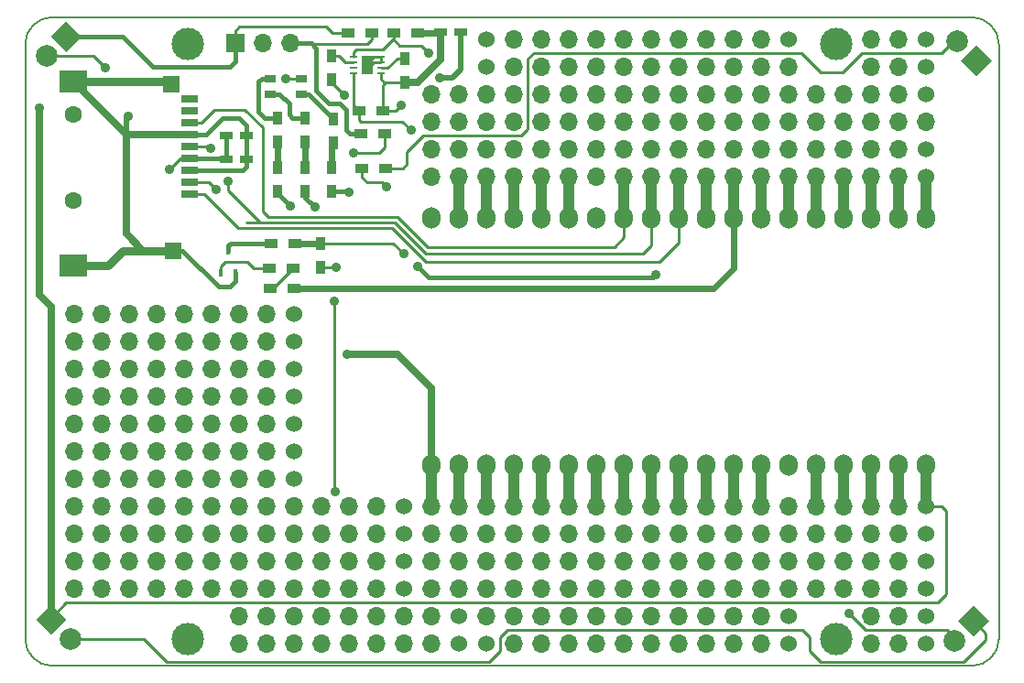
<source format=gbr>
G04 #@! TF.FileFunction,Copper,L1,Top,Signal*
%FSLAX46Y46*%
G04 Gerber Fmt 4.6, Leading zero omitted, Abs format (unit mm)*
G04 Created by KiCad (PCBNEW 4.0.4-stable) date 04/27/17 17:41:05*
%MOMM*%
%LPD*%
G01*
G04 APERTURE LIST*
%ADD10C,0.100000*%
%ADD11C,0.150000*%
%ADD12O,1.700000X2.000000*%
%ADD13C,1.524000*%
%ADD14O,1.700000X1.700000*%
%ADD15C,2.000000*%
%ADD16R,1.000000X0.800000*%
%ADD17R,1.200000X0.750000*%
%ADD18R,1.700000X1.700000*%
%ADD19R,0.900000X1.200000*%
%ADD20R,1.200000X0.900000*%
%ADD21R,1.500000X0.700000*%
%ADD22R,1.500000X1.500000*%
%ADD23R,2.500000X2.000000*%
%ADD24C,1.600000*%
%ADD25C,3.000000*%
%ADD26R,0.700000X0.250000*%
%ADD27R,1.000000X1.700000*%
%ADD28R,0.457200X0.711200*%
%ADD29C,0.889000*%
%ADD30C,0.910000*%
%ADD31C,0.400000*%
%ADD32C,0.254000*%
%ADD33C,0.700000*%
%ADD34C,0.600000*%
%ADD35C,1.000000*%
%ADD36C,0.500000*%
%ADD37C,0.800000*%
%ADD38C,0.250000*%
G04 APERTURE END LIST*
D10*
D11*
X45000000Y-52500000D02*
X45000000Y-107500000D01*
X132500000Y-50000000D02*
X47500000Y-50000000D01*
X135000000Y-107500000D02*
X135000000Y-52500000D01*
X47500000Y-110000000D02*
X132500000Y-110000000D01*
X45000000Y-107500000D02*
G75*
G03X47500000Y-110000000I2500000J0D01*
G01*
X132500000Y-110000000D02*
G75*
G03X135000000Y-107500000I0J2500000D01*
G01*
X135000000Y-52500000D02*
G75*
G03X132500000Y-50000000I-2500000J0D01*
G01*
X47500000Y-50000000D02*
G75*
G03X45000000Y-52500000I0J-2500000D01*
G01*
D12*
X128270000Y-68580000D03*
X125730000Y-68580000D03*
X123190000Y-68580000D03*
X120650000Y-68580000D03*
X118110000Y-68580000D03*
X115570000Y-68580000D03*
X113030000Y-68580000D03*
X110490000Y-68580000D03*
X107950000Y-68580000D03*
X105410000Y-68580000D03*
X102870000Y-68580000D03*
X100330000Y-68580000D03*
X97790000Y-68580000D03*
X95250000Y-68580000D03*
X92710000Y-68580000D03*
X90170000Y-68580000D03*
X87630000Y-68580000D03*
X85090000Y-68580000D03*
X82550000Y-68580000D03*
X82550000Y-91440000D03*
X85090000Y-91440000D03*
X87630000Y-91440000D03*
X90170000Y-91440000D03*
X92710000Y-91440000D03*
X95250000Y-91440000D03*
X97790000Y-91440000D03*
X100330000Y-91440000D03*
X102870000Y-91440000D03*
X105410000Y-91440000D03*
X107950000Y-91440000D03*
X110490000Y-91440000D03*
X113030000Y-91440000D03*
X115570000Y-91440000D03*
X118110000Y-91440000D03*
X120650000Y-91440000D03*
X123190000Y-91440000D03*
X125730000Y-91440000D03*
X128270000Y-91440000D03*
D13*
X87630000Y-52070000D03*
D14*
X90170000Y-52070000D03*
X92710000Y-52070000D03*
D13*
X87630000Y-54610000D03*
D14*
X90170000Y-54610000D03*
X92710000Y-54610000D03*
D13*
X87630000Y-107950000D03*
D14*
X90170000Y-107950000D03*
X92710000Y-107950000D03*
X87630000Y-105410000D03*
X90170000Y-105410000D03*
X92710000Y-105410000D03*
D15*
X49174400Y-107492800D03*
D10*
G36*
X48792563Y-105696749D02*
X47378349Y-107110963D01*
X45964135Y-105696749D01*
X47378349Y-104282535D01*
X48792563Y-105696749D01*
X48792563Y-105696749D01*
G37*
D15*
X130860800Y-107645200D03*
D10*
G36*
X132656851Y-107263363D02*
X131242637Y-105849149D01*
X132656851Y-104434935D01*
X134071065Y-105849149D01*
X132656851Y-107263363D01*
X132656851Y-107263363D01*
G37*
D15*
X131114800Y-52222400D03*
D10*
G36*
X131496637Y-54018451D02*
X132910851Y-52604237D01*
X134325065Y-54018451D01*
X132910851Y-55432665D01*
X131496637Y-54018451D01*
X131496637Y-54018451D01*
G37*
D15*
X46990000Y-53594000D03*
D10*
G36*
X48786051Y-53212163D02*
X47371837Y-51797949D01*
X48786051Y-50383735D01*
X50200265Y-51797949D01*
X48786051Y-53212163D01*
X48786051Y-53212163D01*
G37*
D16*
X70538000Y-55675500D03*
X67638000Y-55675500D03*
X70538000Y-57100500D03*
X67638000Y-57100500D03*
D13*
X85090000Y-107950000D03*
D14*
X82550000Y-107950000D03*
X80010000Y-107950000D03*
X77470000Y-107950000D03*
X74930000Y-107950000D03*
X72390000Y-107950000D03*
X69850000Y-107950000D03*
X67310000Y-107950000D03*
X64770000Y-107950000D03*
D13*
X85090000Y-105410000D03*
D14*
X82550000Y-105410000D03*
X80010000Y-105410000D03*
X77470000Y-105410000D03*
X74930000Y-105410000D03*
X72390000Y-105410000D03*
X69850000Y-105410000D03*
X67310000Y-105410000D03*
X64770000Y-105410000D03*
D13*
X80010000Y-102870000D03*
D14*
X77470000Y-102870000D03*
X74930000Y-102870000D03*
X72390000Y-102870000D03*
X69850000Y-102870000D03*
X67310000Y-102870000D03*
X64770000Y-102870000D03*
X62230000Y-102870000D03*
X59690000Y-102870000D03*
X57150000Y-102870000D03*
X54610000Y-102870000D03*
X52070000Y-102870000D03*
X49530000Y-102870000D03*
D13*
X80010000Y-100330000D03*
D14*
X77470000Y-100330000D03*
X74930000Y-100330000D03*
X72390000Y-100330000D03*
X69850000Y-100330000D03*
X67310000Y-100330000D03*
X64770000Y-100330000D03*
X62230000Y-100330000D03*
X59690000Y-100330000D03*
X57150000Y-100330000D03*
X54610000Y-100330000D03*
X52070000Y-100330000D03*
X49530000Y-100330000D03*
D13*
X80010000Y-97790000D03*
D14*
X77470000Y-97790000D03*
X74930000Y-97790000D03*
X72390000Y-97790000D03*
X69850000Y-97790000D03*
X67310000Y-97790000D03*
X64770000Y-97790000D03*
X62230000Y-97790000D03*
X59690000Y-97790000D03*
X57150000Y-97790000D03*
X54610000Y-97790000D03*
X52070000Y-97790000D03*
X49530000Y-97790000D03*
D13*
X80010000Y-95250000D03*
D14*
X77470000Y-95250000D03*
X74930000Y-95250000D03*
X72390000Y-95250000D03*
X69850000Y-95250000D03*
X67310000Y-95250000D03*
X64770000Y-95250000D03*
X62230000Y-95250000D03*
X59690000Y-95250000D03*
X57150000Y-95250000D03*
X54610000Y-95250000D03*
X52070000Y-95250000D03*
X49530000Y-95250000D03*
D13*
X69850000Y-92710000D03*
D14*
X67310000Y-92710000D03*
X64770000Y-92710000D03*
X62230000Y-92710000D03*
X59690000Y-92710000D03*
X57150000Y-92710000D03*
X54610000Y-92710000D03*
X52070000Y-92710000D03*
X49530000Y-92710000D03*
D13*
X69850000Y-90170000D03*
D14*
X67310000Y-90170000D03*
X64770000Y-90170000D03*
X62230000Y-90170000D03*
X59690000Y-90170000D03*
X57150000Y-90170000D03*
X54610000Y-90170000D03*
X52070000Y-90170000D03*
X49530000Y-90170000D03*
D13*
X69850000Y-87630000D03*
D14*
X67310000Y-87630000D03*
X64770000Y-87630000D03*
X62230000Y-87630000D03*
X59690000Y-87630000D03*
X57150000Y-87630000D03*
X54610000Y-87630000D03*
X52070000Y-87630000D03*
X49530000Y-87630000D03*
D13*
X69850000Y-85090000D03*
D14*
X67310000Y-85090000D03*
X64770000Y-85090000D03*
X62230000Y-85090000D03*
X59690000Y-85090000D03*
X57150000Y-85090000D03*
X54610000Y-85090000D03*
X52070000Y-85090000D03*
X49530000Y-85090000D03*
D13*
X69850000Y-82550000D03*
D14*
X67310000Y-82550000D03*
X64770000Y-82550000D03*
X62230000Y-82550000D03*
X59690000Y-82550000D03*
X57150000Y-82550000D03*
X54610000Y-82550000D03*
X52070000Y-82550000D03*
X49530000Y-82550000D03*
D13*
X69850000Y-80010000D03*
D14*
X67310000Y-80010000D03*
X64770000Y-80010000D03*
X62230000Y-80010000D03*
X59690000Y-80010000D03*
X57150000Y-80010000D03*
X54610000Y-80010000D03*
X52070000Y-80010000D03*
X49530000Y-80010000D03*
D13*
X69850000Y-77470000D03*
D14*
X67310000Y-77470000D03*
X64770000Y-77470000D03*
X62230000Y-77470000D03*
X59690000Y-77470000D03*
X57150000Y-77470000D03*
X54610000Y-77470000D03*
X52070000Y-77470000D03*
X49530000Y-77470000D03*
D13*
X128270000Y-107950000D03*
D14*
X125730000Y-107950000D03*
X123190000Y-107950000D03*
D13*
X128270000Y-105410000D03*
D14*
X125730000Y-105410000D03*
X123190000Y-105410000D03*
D13*
X115570000Y-107950000D03*
D14*
X113030000Y-107950000D03*
X110490000Y-107950000D03*
X107950000Y-107950000D03*
X105410000Y-107950000D03*
X102870000Y-107950000D03*
X100330000Y-107950000D03*
X97790000Y-107950000D03*
X95250000Y-107950000D03*
D13*
X115570000Y-105410000D03*
D14*
X113030000Y-105410000D03*
X110490000Y-105410000D03*
X107950000Y-105410000D03*
X105410000Y-105410000D03*
X102870000Y-105410000D03*
X100330000Y-105410000D03*
X97790000Y-105410000D03*
X95250000Y-105410000D03*
D13*
X128270000Y-102870000D03*
D14*
X125730000Y-102870000D03*
X123190000Y-102870000D03*
X120650000Y-102870000D03*
X118110000Y-102870000D03*
X115570000Y-102870000D03*
X113030000Y-102870000D03*
X110490000Y-102870000D03*
X107950000Y-102870000D03*
X105410000Y-102870000D03*
X102870000Y-102870000D03*
X100330000Y-102870000D03*
X97790000Y-102870000D03*
X95250000Y-102870000D03*
X92710000Y-102870000D03*
X90170000Y-102870000D03*
X87630000Y-102870000D03*
X85090000Y-102870000D03*
X82550000Y-102870000D03*
D13*
X128270000Y-100330000D03*
D14*
X125730000Y-100330000D03*
X123190000Y-100330000D03*
X120650000Y-100330000D03*
X118110000Y-100330000D03*
X115570000Y-100330000D03*
X113030000Y-100330000D03*
X110490000Y-100330000D03*
X107950000Y-100330000D03*
X105410000Y-100330000D03*
X102870000Y-100330000D03*
X100330000Y-100330000D03*
X97790000Y-100330000D03*
X95250000Y-100330000D03*
X92710000Y-100330000D03*
X90170000Y-100330000D03*
X87630000Y-100330000D03*
X85090000Y-100330000D03*
X82550000Y-100330000D03*
D13*
X128270000Y-97790000D03*
D14*
X125730000Y-97790000D03*
X123190000Y-97790000D03*
X120650000Y-97790000D03*
X118110000Y-97790000D03*
X115570000Y-97790000D03*
X113030000Y-97790000D03*
X110490000Y-97790000D03*
X107950000Y-97790000D03*
X105410000Y-97790000D03*
X102870000Y-97790000D03*
X100330000Y-97790000D03*
X97790000Y-97790000D03*
X95250000Y-97790000D03*
X92710000Y-97790000D03*
X90170000Y-97790000D03*
X87630000Y-97790000D03*
X85090000Y-97790000D03*
X82550000Y-97790000D03*
D13*
X128270000Y-95250000D03*
D14*
X125730000Y-95250000D03*
X123190000Y-95250000D03*
X120650000Y-95250000D03*
X118110000Y-95250000D03*
X115570000Y-95250000D03*
X113030000Y-95250000D03*
X110490000Y-95250000D03*
X107950000Y-95250000D03*
X105410000Y-95250000D03*
X102870000Y-95250000D03*
X100330000Y-95250000D03*
X97790000Y-95250000D03*
X95250000Y-95250000D03*
X92710000Y-95250000D03*
X90170000Y-95250000D03*
X87630000Y-95250000D03*
X85090000Y-95250000D03*
X82550000Y-95250000D03*
D13*
X128270000Y-64770000D03*
D14*
X125730000Y-64770000D03*
X123190000Y-64770000D03*
X120650000Y-64770000D03*
X118110000Y-64770000D03*
X115570000Y-64770000D03*
X113030000Y-64770000D03*
X110490000Y-64770000D03*
X107950000Y-64770000D03*
X105410000Y-64770000D03*
X102870000Y-64770000D03*
X100330000Y-64770000D03*
X97790000Y-64770000D03*
X95250000Y-64770000D03*
X92710000Y-64770000D03*
X90170000Y-64770000D03*
X87630000Y-64770000D03*
X85090000Y-64770000D03*
X82550000Y-64770000D03*
D13*
X128270000Y-62230000D03*
D14*
X125730000Y-62230000D03*
X123190000Y-62230000D03*
X120650000Y-62230000D03*
X118110000Y-62230000D03*
X115570000Y-62230000D03*
X113030000Y-62230000D03*
X110490000Y-62230000D03*
X107950000Y-62230000D03*
X105410000Y-62230000D03*
X102870000Y-62230000D03*
X100330000Y-62230000D03*
X97790000Y-62230000D03*
X95250000Y-62230000D03*
X92710000Y-62230000D03*
X90170000Y-62230000D03*
X87630000Y-62230000D03*
X85090000Y-62230000D03*
X82550000Y-62230000D03*
X128270000Y-59690000D03*
X125730000Y-59690000D03*
X123190000Y-59690000D03*
X120650000Y-59690000D03*
X118110000Y-59690000D03*
X115570000Y-59690000D03*
X113030000Y-59690000D03*
X110490000Y-59690000D03*
X107950000Y-59690000D03*
X105410000Y-59690000D03*
X102870000Y-59690000D03*
X100330000Y-59690000D03*
X97790000Y-59690000D03*
X95250000Y-59690000D03*
X92710000Y-59690000D03*
X90170000Y-59690000D03*
X87630000Y-59690000D03*
X85090000Y-59690000D03*
X82550000Y-59690000D03*
D13*
X128270000Y-54610000D03*
D14*
X125730000Y-54610000D03*
X123190000Y-54610000D03*
D13*
X128270000Y-52070000D03*
D14*
X125730000Y-52070000D03*
X123190000Y-52070000D03*
D13*
X128270000Y-57150000D03*
D14*
X125730000Y-57150000D03*
X123190000Y-57150000D03*
X120650000Y-57150000D03*
X118110000Y-57150000D03*
X115570000Y-57150000D03*
X113030000Y-57150000D03*
X110490000Y-57150000D03*
X107950000Y-57150000D03*
X105410000Y-57150000D03*
X102870000Y-57150000D03*
X100330000Y-57150000D03*
X97790000Y-57150000D03*
X95250000Y-57150000D03*
X92710000Y-57150000D03*
X90170000Y-57150000D03*
X87630000Y-57150000D03*
X85090000Y-57150000D03*
X82550000Y-57150000D03*
D13*
X115570000Y-52070000D03*
D14*
X113030000Y-52070000D03*
X110490000Y-52070000D03*
X107950000Y-52070000D03*
X105410000Y-52070000D03*
X102870000Y-52070000D03*
X100330000Y-52070000D03*
X97790000Y-52070000D03*
X95250000Y-52070000D03*
X115570000Y-54610000D03*
X113030000Y-54610000D03*
X110490000Y-54610000D03*
X107950000Y-54610000D03*
X105410000Y-54610000D03*
X102870000Y-54610000D03*
X100330000Y-54610000D03*
X97790000Y-54610000D03*
X95250000Y-54610000D03*
D17*
X83378000Y-51409600D03*
X85278000Y-51409600D03*
X65466000Y-63119000D03*
X63566000Y-63119000D03*
X65466000Y-60960000D03*
X63566000Y-60960000D03*
D18*
X64414400Y-52425600D03*
D14*
X66954400Y-52425600D03*
X69494400Y-52425600D03*
D19*
X80100000Y-53800000D03*
X80100000Y-56000000D03*
X73355200Y-53611600D03*
X73355200Y-55811600D03*
D20*
X67600000Y-73200000D03*
X69800000Y-73200000D03*
X78062000Y-58623200D03*
X75862000Y-58623200D03*
D19*
X72300000Y-70900000D03*
X72300000Y-73100000D03*
D20*
X76116000Y-63957200D03*
X78316000Y-63957200D03*
X69900000Y-70900000D03*
X67700000Y-70900000D03*
X81262400Y-51460400D03*
X79062400Y-51460400D03*
D19*
X73300000Y-63900000D03*
X73300000Y-66100000D03*
X70900000Y-63900000D03*
X70900000Y-66100000D03*
X68300000Y-63900000D03*
X68300000Y-66100000D03*
X73500000Y-59400000D03*
X73500000Y-61600000D03*
X70900000Y-59300000D03*
X70900000Y-61500000D03*
X68300000Y-59300000D03*
X68300000Y-61500000D03*
D20*
X67632400Y-75082400D03*
X69832400Y-75082400D03*
X78214400Y-60807600D03*
X76014400Y-60807600D03*
D21*
X60236000Y-66376000D03*
X60236000Y-65276000D03*
X60236000Y-64176000D03*
X60236000Y-63076000D03*
X60236000Y-61976000D03*
X60236000Y-60876000D03*
X60236000Y-59776000D03*
X60236000Y-58676000D03*
X60236000Y-57576000D03*
D22*
X58536000Y-56176000D03*
X58636000Y-71576000D03*
D23*
X49436000Y-55976000D03*
X49436000Y-72976000D03*
D24*
X49436000Y-58976000D03*
X49436000Y-66976000D03*
D25*
X120000000Y-107500000D03*
X60000000Y-107500000D03*
X120000000Y-52500000D03*
X60000000Y-52500000D03*
D26*
X75356400Y-53707600D03*
X75356400Y-54207600D03*
X75356400Y-54707600D03*
X75356400Y-55207600D03*
X77856400Y-55207600D03*
X77856400Y-54707600D03*
X77856400Y-54207600D03*
X77856400Y-53707600D03*
D27*
X76606400Y-54457600D03*
D20*
X77046000Y-51460400D03*
X74846000Y-51460400D03*
D28*
X63093600Y-73660000D03*
X64414400Y-73660000D03*
X63754000Y-71628000D03*
D29*
X69088000Y-55676800D03*
X79756000Y-58115200D03*
X58369200Y-64058800D03*
X74726800Y-81178400D03*
X54559200Y-59131200D03*
X74523600Y-57200800D03*
X83312000Y-55575200D03*
X46278800Y-58420000D03*
X52374800Y-54660800D03*
X121158000Y-105156000D03*
X73660000Y-93878400D03*
X73558400Y-76301600D03*
X73761600Y-73152000D03*
D30*
X81280000Y-73025000D03*
D29*
X75336400Y-62534800D03*
D30*
X103251000Y-73787000D03*
X69469000Y-67437000D03*
X71755000Y-67564000D03*
X74930000Y-66167000D03*
X82296000Y-53340000D03*
X80645000Y-60452000D03*
X78359000Y-65659000D03*
X80010000Y-71882000D03*
X62611000Y-65913000D03*
X63754000Y-65151000D03*
X62103000Y-62103000D03*
D31*
X63566000Y-63119000D02*
X63566000Y-60960000D01*
X60236000Y-63076000D02*
X63523000Y-63076000D01*
X63523000Y-63076000D02*
X63566000Y-63119000D01*
D32*
X70538000Y-55675500D02*
X69089300Y-55675500D01*
X69089300Y-55675500D02*
X69088000Y-55676800D01*
X79248000Y-58623200D02*
X78062000Y-58623200D01*
X79756000Y-58115200D02*
X79248000Y-58623200D01*
D33*
X82550000Y-91440000D02*
X82550000Y-84328000D01*
D32*
X59352000Y-63076000D02*
X60236000Y-63076000D01*
X58369200Y-64058800D02*
X59352000Y-63076000D01*
D33*
X79400400Y-81178400D02*
X74726800Y-81178400D01*
X82550000Y-84328000D02*
X79400400Y-81178400D01*
X83378000Y-51409600D02*
X83378000Y-53883600D01*
X81261600Y-56000000D02*
X80100000Y-56000000D01*
X83378000Y-53883600D02*
X81261600Y-56000000D01*
D34*
X81262400Y-51460400D02*
X83327200Y-51460400D01*
X83327200Y-51460400D02*
X83378000Y-51409600D01*
D32*
X78062000Y-58623200D02*
X78062000Y-56253200D01*
X78062000Y-56253200D02*
X78315200Y-56000000D01*
X77856400Y-55207600D02*
X77856400Y-55707600D01*
X78148800Y-56000000D02*
X78315200Y-56000000D01*
X78315200Y-56000000D02*
X80100000Y-56000000D01*
X77856400Y-55707600D02*
X78148800Y-56000000D01*
D35*
X82550000Y-91440000D02*
X82550000Y-95250000D01*
D31*
X64414400Y-73660000D02*
X64414400Y-74396600D01*
X59511000Y-71576000D02*
X58636000Y-71576000D01*
X62865000Y-74930000D02*
X59511000Y-71576000D01*
X63881000Y-74930000D02*
X62865000Y-74930000D01*
X64414400Y-74396600D02*
X63881000Y-74930000D01*
X60236000Y-64176000D02*
X65110000Y-64176000D01*
X65466000Y-63820000D02*
X65466000Y-63119000D01*
X65110000Y-64176000D02*
X65466000Y-63820000D01*
X65466000Y-60960000D02*
X65466000Y-60005000D01*
X61679000Y-60876000D02*
X60236000Y-60876000D01*
X63246000Y-59309000D02*
X61679000Y-60876000D01*
X64770000Y-59309000D02*
X63246000Y-59309000D01*
X65466000Y-60005000D02*
X64770000Y-59309000D01*
X65466000Y-63119000D02*
X65466000Y-60960000D01*
D36*
X54318400Y-59372000D02*
X54318400Y-60858400D01*
X54559200Y-59131200D02*
X54318400Y-59372000D01*
D33*
X58636000Y-71576000D02*
X55878800Y-71576000D01*
X55878800Y-71576000D02*
X54318400Y-70015600D01*
X54318400Y-70015600D02*
X54318400Y-60858400D01*
X60236000Y-60876000D02*
X56812000Y-60876000D01*
X56812000Y-60876000D02*
X56794400Y-60858400D01*
X56794400Y-60858400D02*
X54318400Y-60858400D01*
X54318400Y-60858400D02*
X49436000Y-55976000D01*
D32*
X73355200Y-55811600D02*
X73355200Y-56032400D01*
X73355200Y-56032400D02*
X74523600Y-57200800D01*
D36*
X85278000Y-51409600D02*
X85278000Y-54828400D01*
X85278000Y-54828400D02*
X84531200Y-55575200D01*
X84531200Y-55575200D02*
X83312000Y-55575200D01*
D34*
X49778400Y-55976000D02*
X49436000Y-55976000D01*
D32*
X76606400Y-54457600D02*
X76606400Y-54356000D01*
X76606400Y-54356000D02*
X77254800Y-53707600D01*
X77254800Y-53707600D02*
X77856400Y-53707600D01*
X76606400Y-54457600D02*
X76962000Y-54457600D01*
X76962000Y-54457600D02*
X77212000Y-54207600D01*
X77212000Y-54207600D02*
X77856400Y-54207600D01*
X77856400Y-53707600D02*
X77856400Y-54207600D01*
D37*
X49436000Y-72976000D02*
X52652400Y-72976000D01*
X54052400Y-71576000D02*
X58636000Y-71576000D01*
X52652400Y-72976000D02*
X54052400Y-71576000D01*
X49436000Y-55976000D02*
X58336000Y-55976000D01*
X58336000Y-55976000D02*
X58536000Y-56176000D01*
D38*
X90551000Y-106680000D02*
X89535000Y-106680000D01*
D32*
X58064400Y-109626400D02*
X87477600Y-109626400D01*
X55930800Y-107492800D02*
X58064400Y-109626400D01*
X55930800Y-107492800D02*
X49174400Y-107492800D01*
D38*
X87858600Y-109626400D02*
X87477600Y-109626400D01*
X88900000Y-108585000D02*
X87858600Y-109626400D01*
X88900000Y-107315000D02*
X88900000Y-108585000D01*
X89535000Y-106680000D02*
X88900000Y-107315000D01*
X96774000Y-106680000D02*
X90551000Y-106680000D01*
X90551000Y-106680000D02*
X90424000Y-106680000D01*
D32*
X133807200Y-106999498D02*
X132656851Y-105849149D01*
X133807200Y-107594400D02*
X133807200Y-106999498D01*
X131775200Y-109626400D02*
X133807200Y-107594400D01*
X118516400Y-109626400D02*
X131775200Y-109626400D01*
X117500400Y-108610400D02*
X118516400Y-109626400D01*
X117500400Y-107340400D02*
X117500400Y-108610400D01*
X116840000Y-106680000D02*
X117500400Y-107340400D01*
X96774000Y-106680000D02*
X116840000Y-106680000D01*
X74846000Y-51460400D02*
X73406000Y-51460400D01*
X64414400Y-51257200D02*
X64414400Y-52425600D01*
X64770000Y-50901600D02*
X64414400Y-51257200D01*
X72847200Y-50901600D02*
X64770000Y-50901600D01*
X73406000Y-51460400D02*
X72847200Y-50901600D01*
X47378349Y-105696749D02*
X47378349Y-105529651D01*
X47378349Y-105529651D02*
X48768000Y-104140000D01*
X129743200Y-95250000D02*
X128270000Y-95250000D01*
X130149600Y-95656400D02*
X129743200Y-95250000D01*
X130149600Y-103327200D02*
X130149600Y-95656400D01*
X129336800Y-104140000D02*
X130149600Y-103327200D01*
X48768000Y-104140000D02*
X129336800Y-104140000D01*
D33*
X47378349Y-105696749D02*
X47378349Y-76740749D01*
X46278800Y-75641200D02*
X46278800Y-58420000D01*
X47378349Y-76740749D02*
X46278800Y-75641200D01*
D31*
X64414400Y-52425600D02*
X64414400Y-54102000D01*
X54033149Y-51797949D02*
X48786051Y-51797949D01*
X56845200Y-54610000D02*
X54033149Y-51797949D01*
X59080400Y-54610000D02*
X56845200Y-54610000D01*
X61214000Y-54610000D02*
X59080400Y-54610000D01*
X63906400Y-54610000D02*
X61214000Y-54610000D01*
X64414400Y-54102000D02*
X63906400Y-54610000D01*
D35*
X128270000Y-91440000D02*
X128270000Y-95250000D01*
D32*
X52374800Y-54660800D02*
X51308000Y-53594000D01*
X51308000Y-53594000D02*
X46990000Y-53594000D01*
X130860800Y-107645200D02*
X130860800Y-107340400D01*
X130860800Y-107340400D02*
X130200400Y-106680000D01*
X130200400Y-106680000D02*
X122682000Y-106680000D01*
X122682000Y-106680000D02*
X121158000Y-105156000D01*
X73660000Y-93878400D02*
X73558400Y-93776800D01*
X73558400Y-93776800D02*
X73558400Y-76301600D01*
X73761600Y-73152000D02*
X73709600Y-73100000D01*
X73709600Y-73100000D02*
X72300000Y-73100000D01*
D38*
X94488000Y-53289200D02*
X91998800Y-53289200D01*
X91440000Y-53848000D02*
X91440000Y-56007000D01*
X91998800Y-53289200D02*
X91440000Y-53848000D01*
D32*
X131114800Y-52222400D02*
X130810000Y-52222400D01*
X130810000Y-52222400D02*
X129692400Y-53340000D01*
X129692400Y-53340000D02*
X122326400Y-53340000D01*
X122326400Y-53340000D02*
X120599200Y-55067200D01*
X120599200Y-55067200D02*
X118567200Y-55067200D01*
X118567200Y-55067200D02*
X116789200Y-53289200D01*
X116789200Y-53289200D02*
X94488000Y-53289200D01*
X91440000Y-56007000D02*
X91440000Y-60350400D01*
X91440000Y-60350400D02*
X90830400Y-60960000D01*
X90830400Y-60960000D02*
X81788000Y-60960000D01*
X81788000Y-60960000D02*
X80264000Y-62484000D01*
X80264000Y-62484000D02*
X80264000Y-63601600D01*
X80264000Y-63601600D02*
X79908400Y-63957200D01*
X79908400Y-63957200D02*
X78316000Y-63957200D01*
D35*
X128270000Y-64770000D02*
X128270000Y-68580000D01*
X125730000Y-64770000D02*
X125730000Y-68580000D01*
D31*
X83058000Y-74041000D02*
X82296000Y-74041000D01*
X82296000Y-74041000D02*
X81280000Y-73025000D01*
D32*
X78214400Y-62044400D02*
X78214400Y-60807600D01*
X78214400Y-62044400D02*
X77724000Y-62534800D01*
X77724000Y-62534800D02*
X75336400Y-62534800D01*
D31*
X102997000Y-74041000D02*
X83058000Y-74041000D01*
D38*
X83058000Y-74041000D02*
X82981800Y-74041000D01*
D31*
X103251000Y-73787000D02*
X102997000Y-74041000D01*
D35*
X120650000Y-64770000D02*
X120650000Y-68580000D01*
D31*
X69469000Y-67437000D02*
X68300000Y-66268000D01*
X68300000Y-66268000D02*
X68300000Y-66100000D01*
D35*
X102870000Y-91440000D02*
X102870000Y-95250000D01*
D31*
X70900000Y-66709000D02*
X70900000Y-66100000D01*
X71755000Y-67564000D02*
X70900000Y-66709000D01*
D35*
X105410000Y-91440000D02*
X105410000Y-95250000D01*
D34*
X69832400Y-75082400D02*
X108610400Y-75082400D01*
X110490000Y-73202800D02*
X110490000Y-68580000D01*
X108610400Y-75082400D02*
X110490000Y-73202800D01*
D35*
X110490000Y-64770000D02*
X110490000Y-68580000D01*
D31*
X74863000Y-66100000D02*
X73300000Y-66100000D01*
X74930000Y-66167000D02*
X74863000Y-66100000D01*
D35*
X107950000Y-91440000D02*
X107950000Y-95250000D01*
D32*
X79603600Y-52628800D02*
X81432400Y-52628800D01*
X79062400Y-52087600D02*
X79603600Y-52628800D01*
X79062400Y-51460400D02*
X79062400Y-52087600D01*
D38*
X81584800Y-52628800D02*
X81432400Y-52628800D01*
X82296000Y-53340000D02*
X81584800Y-52628800D01*
D32*
X75356400Y-53707600D02*
X75356400Y-53269200D01*
X79062400Y-52001600D02*
X79062400Y-51460400D01*
X78079600Y-52984400D02*
X79062400Y-52001600D01*
X75641200Y-52984400D02*
X78079600Y-52984400D01*
X75356400Y-53269200D02*
X75641200Y-52984400D01*
D35*
X95250000Y-68580000D02*
X95250000Y-64770000D01*
X92710000Y-68580000D02*
X92710000Y-64770000D01*
X90170000Y-68580000D02*
X90170000Y-64770000D01*
D38*
X79629000Y-59639200D02*
X78917800Y-59639200D01*
X79832200Y-59639200D02*
X79629000Y-59639200D01*
X80645000Y-60452000D02*
X79832200Y-59639200D01*
D32*
X75862000Y-59504400D02*
X75862000Y-58623200D01*
X75996800Y-59639200D02*
X75862000Y-59504400D01*
X78917800Y-59639200D02*
X75996800Y-59639200D01*
X75356400Y-55207600D02*
X75356400Y-58117600D01*
X75356400Y-58117600D02*
X75862000Y-58623200D01*
D35*
X87630000Y-68580000D02*
X87630000Y-64770000D01*
X125730000Y-91440000D02*
X125730000Y-95250000D01*
X123190000Y-91440000D02*
X123190000Y-95250000D01*
X120650000Y-91440000D02*
X120650000Y-95250000D01*
X118110000Y-91440000D02*
X118110000Y-95250000D01*
X113030000Y-95250000D02*
X113030000Y-91440000D01*
X110490000Y-91440000D02*
X110490000Y-95250000D01*
X100330000Y-91440000D02*
X100330000Y-95250000D01*
X97790000Y-91440000D02*
X97790000Y-95250000D01*
X95250000Y-91440000D02*
X95250000Y-95250000D01*
X92710000Y-91440000D02*
X92710000Y-95250000D01*
X90170000Y-91440000D02*
X90170000Y-95250000D01*
X87630000Y-91440000D02*
X87630000Y-95250000D01*
X85090000Y-91440000D02*
X85090000Y-95250000D01*
D32*
X77046000Y-51460400D02*
X77046000Y-52036800D01*
X71475600Y-52476400D02*
X71424800Y-52425600D01*
X76606400Y-52476400D02*
X71475600Y-52476400D01*
X77046000Y-52036800D02*
X76606400Y-52476400D01*
D31*
X69494400Y-52425600D02*
X71424800Y-52425600D01*
X75031600Y-60807600D02*
X76014400Y-60807600D01*
X74676000Y-60452000D02*
X75031600Y-60807600D01*
X74676000Y-58572400D02*
X74676000Y-60452000D01*
X74117200Y-58013600D02*
X74676000Y-58572400D01*
X73101200Y-58013600D02*
X74117200Y-58013600D01*
X71882000Y-56794400D02*
X73101200Y-58013600D01*
X71882000Y-52882800D02*
X71882000Y-56794400D01*
X71424800Y-52425600D02*
X71882000Y-52882800D01*
D38*
X63093600Y-73660000D02*
X63093600Y-73050400D01*
X66088000Y-73200000D02*
X67600000Y-73200000D01*
X65532000Y-72644000D02*
X66088000Y-73200000D01*
X63500000Y-72644000D02*
X65532000Y-72644000D01*
X63093600Y-73050400D02*
X63500000Y-72644000D01*
D32*
X80100000Y-53800000D02*
X79397600Y-53800000D01*
X78490000Y-54707600D02*
X77856400Y-54707600D01*
X79397600Y-53800000D02*
X78490000Y-54707600D01*
X73355200Y-53611600D02*
X73982400Y-53611600D01*
X74578400Y-54207600D02*
X75356400Y-54207600D01*
X73982400Y-53611600D02*
X74578400Y-54207600D01*
X67632400Y-75082400D02*
X67917600Y-75082400D01*
X67917600Y-75082400D02*
X69800000Y-73200000D01*
D38*
X76116000Y-64813000D02*
X76116000Y-63957200D01*
X76581000Y-65278000D02*
X76116000Y-64813000D01*
X77978000Y-65278000D02*
X76581000Y-65278000D01*
X78359000Y-65659000D02*
X77978000Y-65278000D01*
X78486000Y-70900000D02*
X79028000Y-70900000D01*
X79028000Y-70900000D02*
X80010000Y-71882000D01*
X78520000Y-70900000D02*
X78486000Y-70900000D01*
X78486000Y-70900000D02*
X72300000Y-70900000D01*
D32*
X73186000Y-70900000D02*
X72300000Y-70900000D01*
D34*
X72300000Y-70900000D02*
X69900000Y-70900000D01*
X73300000Y-63900000D02*
X73300000Y-61800000D01*
X73300000Y-61800000D02*
X73500000Y-61600000D01*
X70900000Y-63900000D02*
X70900000Y-61500000D01*
X68300000Y-63900000D02*
X68300000Y-61500000D01*
D31*
X70538000Y-57100500D02*
X71172100Y-57100500D01*
X71172100Y-57100500D02*
X73471600Y-59400000D01*
X73471600Y-59400000D02*
X73500000Y-59400000D01*
X67638000Y-57100500D02*
X68530500Y-57100500D01*
X69714000Y-59300000D02*
X70900000Y-59300000D01*
X69443600Y-59029600D02*
X69714000Y-59300000D01*
X69443600Y-58013600D02*
X69443600Y-59029600D01*
X68530500Y-57100500D02*
X69443600Y-58013600D01*
X68300000Y-59300000D02*
X67123200Y-59300000D01*
X66854100Y-55675500D02*
X67638000Y-55675500D01*
X66548000Y-55981600D02*
X66854100Y-55675500D01*
X66548000Y-58724800D02*
X66548000Y-55981600D01*
X67123200Y-59300000D02*
X66548000Y-58724800D01*
D35*
X123190000Y-68580000D02*
X123190000Y-64770000D01*
X118110000Y-68580000D02*
X118110000Y-64770000D01*
X115570000Y-68580000D02*
X115570000Y-64770000D01*
X113030000Y-68580000D02*
X113030000Y-64770000D01*
X107950000Y-68580000D02*
X107950000Y-64770000D01*
D31*
X67700000Y-70900000D02*
X63974000Y-70900000D01*
X63754000Y-71120000D02*
X63754000Y-71628000D01*
X63974000Y-70900000D02*
X63754000Y-71120000D01*
D38*
X105410000Y-68580000D02*
X105410000Y-70866000D01*
X61550000Y-66376000D02*
X60236000Y-66376000D01*
X64643000Y-69469000D02*
X61550000Y-66376000D01*
X72898000Y-69469000D02*
X64643000Y-69469000D01*
X72898000Y-69469000D02*
X72898000Y-69469000D01*
X78867000Y-69469000D02*
X72898000Y-69469000D01*
X82042000Y-72644000D02*
X78867000Y-69469000D01*
X103632000Y-72644000D02*
X82042000Y-72644000D01*
X105410000Y-70866000D02*
X103632000Y-72644000D01*
D35*
X105410000Y-68580000D02*
X105410000Y-64770000D01*
D38*
X61974000Y-65276000D02*
X60236000Y-65276000D01*
X62611000Y-65913000D02*
X61974000Y-65276000D01*
D35*
X85090000Y-68580000D02*
X85090000Y-64770000D01*
D38*
X67437000Y-68961000D02*
X66675000Y-68961000D01*
X63754000Y-66040000D02*
X63754000Y-65151000D01*
X66675000Y-68961000D02*
X63754000Y-66040000D01*
X102870000Y-71120000D02*
X102108000Y-71882000D01*
X102108000Y-71882000D02*
X82042000Y-71882000D01*
X82042000Y-71882000D02*
X79121000Y-68961000D01*
X79121000Y-68961000D02*
X73152000Y-68961000D01*
X73152000Y-68961000D02*
X73152000Y-68961000D01*
X73152000Y-68961000D02*
X67437000Y-68961000D01*
X67437000Y-68961000D02*
X65405000Y-68961000D01*
X102870000Y-68580000D02*
X102870000Y-71120000D01*
X61976000Y-61976000D02*
X60236000Y-61976000D01*
X62103000Y-62103000D02*
X61976000Y-61976000D01*
D35*
X102870000Y-68580000D02*
X102870000Y-64770000D01*
D38*
X100330000Y-68580000D02*
X100330000Y-70358000D01*
X61255000Y-59776000D02*
X60236000Y-59776000D01*
X62484000Y-58547000D02*
X61255000Y-59776000D01*
X65278000Y-58547000D02*
X62484000Y-58547000D01*
X66929000Y-60198000D02*
X65278000Y-58547000D01*
X66929000Y-67945000D02*
X66929000Y-60198000D01*
X67437000Y-68453000D02*
X66929000Y-67945000D01*
X73406000Y-68453000D02*
X67437000Y-68453000D01*
X73406000Y-68453000D02*
X73406000Y-68453000D01*
X79375000Y-68453000D02*
X73406000Y-68453000D01*
X82169000Y-71247000D02*
X79375000Y-68453000D01*
X99441000Y-71247000D02*
X82169000Y-71247000D01*
X100330000Y-70358000D02*
X99441000Y-71247000D01*
D35*
X100330000Y-68580000D02*
X100330000Y-64770000D01*
D32*
X60236000Y-57518400D02*
X60236000Y-57576000D01*
M02*

</source>
